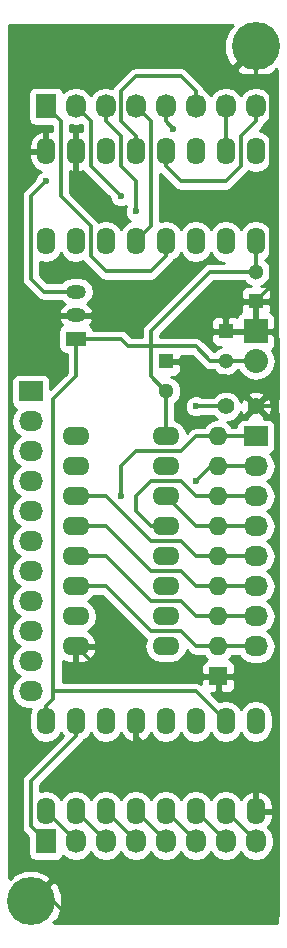
<source format=gbr>
G04 #@! TF.FileFunction,Copper,L2,Bot,Signal*
%FSLAX46Y46*%
G04 Gerber Fmt 4.6, Leading zero omitted, Abs format (unit mm)*
G04 Created by KiCad (PCBNEW 4.0.6+dfsg1-1) date Tue Oct 24 14:23:59 2017*
%MOMM*%
%LPD*%
G01*
G04 APERTURE LIST*
%ADD10C,0.050000*%
%ADD11O,1.600000X2.300000*%
%ADD12R,1.300000X1.300000*%
%ADD13C,1.300000*%
%ADD14R,1.727200X2.032000*%
%ADD15O,1.727200X2.032000*%
%ADD16R,1.700000X1.200000*%
%ADD17O,1.700000X1.200000*%
%ADD18R,2.032000X1.727200*%
%ADD19O,2.032000X1.727200*%
%ADD20R,2.032000X2.032000*%
%ADD21O,2.032000X2.032000*%
%ADD22C,1.397000*%
%ADD23C,4.064000*%
%ADD24O,2.300000X1.600000*%
%ADD25R,1.600000X1.600000*%
%ADD26O,1.600000X1.600000*%
%ADD27C,0.600000*%
%ADD28C,0.300000*%
%ADD29C,0.254000*%
G04 APERTURE END LIST*
D10*
D11*
X132080000Y-154940000D03*
X134620000Y-154940000D03*
X137160000Y-154940000D03*
X139700000Y-154940000D03*
X142240000Y-154940000D03*
X144780000Y-154940000D03*
X147320000Y-154940000D03*
X149860000Y-154940000D03*
X149860000Y-147320000D03*
X147320000Y-147320000D03*
X144780000Y-147320000D03*
X142240000Y-147320000D03*
X139700000Y-147320000D03*
X137160000Y-147320000D03*
X134620000Y-147320000D03*
X132080000Y-147320000D03*
D12*
X142240000Y-116840000D03*
D13*
X142240000Y-119340000D03*
D12*
X147320000Y-114300000D03*
D13*
X147320000Y-116800000D03*
D12*
X149860000Y-111760000D03*
D13*
X149860000Y-109260000D03*
D14*
X132080000Y-95250000D03*
D15*
X134620000Y-95250000D03*
X137160000Y-95250000D03*
X139700000Y-95250000D03*
X142240000Y-95250000D03*
X144780000Y-95250000D03*
X147320000Y-95250000D03*
X149860000Y-95250000D03*
D14*
X132080000Y-157480000D03*
D15*
X134620000Y-157480000D03*
X137160000Y-157480000D03*
X139700000Y-157480000D03*
X142240000Y-157480000D03*
X144780000Y-157480000D03*
X147320000Y-157480000D03*
X149860000Y-157480000D03*
D16*
X134620000Y-114935000D03*
D17*
X134620000Y-112935000D03*
X134620000Y-110935000D03*
D18*
X149860000Y-123190000D03*
D19*
X149860000Y-125730000D03*
X149860000Y-128270000D03*
X149860000Y-130810000D03*
X149860000Y-133350000D03*
X149860000Y-135890000D03*
X149860000Y-138430000D03*
X149860000Y-140970000D03*
D20*
X149860000Y-114300000D03*
D21*
X149860000Y-116840000D03*
D18*
X130810000Y-119380000D03*
D19*
X130810000Y-121920000D03*
X130810000Y-124460000D03*
X130810000Y-127000000D03*
X130810000Y-129540000D03*
X130810000Y-132080000D03*
X130810000Y-134620000D03*
X130810000Y-137160000D03*
X130810000Y-139700000D03*
X130810000Y-142240000D03*
X130810000Y-144780000D03*
D22*
X147320000Y-120650000D03*
X149860000Y-120650000D03*
D23*
X149860000Y-90170000D03*
X130810000Y-162560000D03*
D11*
X149860000Y-99060000D03*
X147320000Y-99060000D03*
X144780000Y-99060000D03*
X142240000Y-99060000D03*
X139700000Y-99060000D03*
X137160000Y-99060000D03*
X134620000Y-99060000D03*
X132080000Y-99060000D03*
X132080000Y-106680000D03*
X134620000Y-106680000D03*
X137160000Y-106680000D03*
X139700000Y-106680000D03*
X142240000Y-106680000D03*
X144780000Y-106680000D03*
X147320000Y-106680000D03*
X149860000Y-106680000D03*
D24*
X134620000Y-123190000D03*
X134620000Y-125730000D03*
X134620000Y-128270000D03*
X134620000Y-130810000D03*
X134620000Y-133350000D03*
X134620000Y-135890000D03*
X134620000Y-138430000D03*
X134620000Y-140970000D03*
X142240000Y-140970000D03*
X142240000Y-138430000D03*
X142240000Y-135890000D03*
X142240000Y-133350000D03*
X142240000Y-130810000D03*
X142240000Y-128270000D03*
X142240000Y-125730000D03*
X142240000Y-123190000D03*
D25*
X146685000Y-143510000D03*
D26*
X146685000Y-140970000D03*
X146685000Y-138430000D03*
X146685000Y-135890000D03*
X146685000Y-133350000D03*
X146685000Y-130810000D03*
X146685000Y-128270000D03*
X146685000Y-125730000D03*
X146685000Y-123190000D03*
D27*
X138430000Y-128270000D03*
X144780000Y-127000000D03*
X144780000Y-120650000D03*
X138430000Y-102870000D03*
X139700000Y-104140000D03*
X142875000Y-97155000D03*
X132080000Y-101600000D03*
D28*
X134620000Y-112935000D02*
X131350000Y-112935000D01*
X129540000Y-110490000D02*
X129540000Y-99060000D01*
X129540000Y-111125000D02*
X129540000Y-110490000D01*
X131350000Y-112935000D02*
X129540000Y-111125000D01*
X130810000Y-162560000D02*
X132715000Y-162560000D01*
X132715000Y-162560000D02*
X133985000Y-163830000D01*
X133985000Y-163830000D02*
X151765000Y-163830000D01*
X151765000Y-163830000D02*
X151765000Y-154940000D01*
X149860000Y-154940000D02*
X151765000Y-154940000D01*
X151765000Y-154940000D02*
X151765000Y-153035000D01*
X149860000Y-90170000D02*
X149860000Y-92710000D01*
X151765000Y-153035000D02*
X151765000Y-150495000D01*
X151765000Y-150495000D02*
X141605000Y-150495000D01*
X141605000Y-150495000D02*
X139700000Y-148590000D01*
X139700000Y-148590000D02*
X139700000Y-147320000D01*
X139700000Y-147320000D02*
X139700000Y-148590000D01*
X141605000Y-150495000D02*
X151765000Y-150495000D01*
X139700000Y-148590000D02*
X141605000Y-150495000D01*
X151765000Y-143510000D02*
X151765000Y-150495000D01*
X151765000Y-150495000D02*
X151765000Y-153035000D01*
X147320000Y-143510000D02*
X137160000Y-143510000D01*
X137160000Y-143510000D02*
X134620000Y-140970000D01*
X149860000Y-120650000D02*
X151130000Y-120650000D01*
X151130000Y-120650000D02*
X151765000Y-121285000D01*
X151765000Y-143510000D02*
X147320000Y-143510000D01*
X151765000Y-142875000D02*
X151765000Y-143510000D01*
X151765000Y-121285000D02*
X151765000Y-142875000D01*
X142240000Y-116840000D02*
X143510000Y-116840000D01*
X147320000Y-118110000D02*
X149860000Y-120650000D01*
X144780000Y-118110000D02*
X147320000Y-118110000D01*
X143510000Y-116840000D02*
X144780000Y-118110000D01*
X149860000Y-114300000D02*
X151130000Y-114300000D01*
X151765000Y-120015000D02*
X151130000Y-120650000D01*
X151765000Y-114935000D02*
X151765000Y-120015000D01*
X151130000Y-114300000D02*
X151765000Y-114935000D01*
X147320000Y-114300000D02*
X149860000Y-114300000D01*
X149860000Y-111760000D02*
X149860000Y-114300000D01*
X147360000Y-114300000D02*
X147320000Y-114340000D01*
X129540000Y-99060000D02*
X129540000Y-92710000D01*
X151130000Y-110490000D02*
X149860000Y-111760000D01*
X151130000Y-92710000D02*
X151130000Y-110490000D01*
X146050000Y-92710000D02*
X149860000Y-92710000D01*
X149860000Y-92710000D02*
X151130000Y-92710000D01*
X144780000Y-91440000D02*
X146050000Y-92710000D01*
X130810000Y-91440000D02*
X144780000Y-91440000D01*
X129540000Y-92710000D02*
X130810000Y-91440000D01*
X130810000Y-99060000D02*
X132080000Y-99060000D01*
X129540000Y-99060000D02*
X130810000Y-99060000D01*
X134620000Y-114935000D02*
X138430000Y-114935000D01*
X139065000Y-115570000D02*
X140970000Y-115570000D01*
X138430000Y-114935000D02*
X139065000Y-115570000D01*
X134620000Y-114935000D02*
X134620000Y-118110000D01*
X132715000Y-120015000D02*
X132715000Y-144780000D01*
X134620000Y-118110000D02*
X132715000Y-120015000D01*
X132715000Y-144780000D02*
X134620000Y-144780000D01*
X134620000Y-144780000D02*
X144780000Y-144780000D01*
X144780000Y-144780000D02*
X147320000Y-147320000D01*
X132080000Y-147320000D02*
X132080000Y-146050000D01*
X132715000Y-144780000D02*
X132715000Y-145415000D01*
X132080000Y-146050000D02*
X132715000Y-145415000D01*
X147320000Y-116800000D02*
X149820000Y-116800000D01*
X149820000Y-116800000D02*
X149860000Y-116840000D01*
X147320000Y-116800000D02*
X146010000Y-116800000D01*
X146010000Y-116800000D02*
X144780000Y-115570000D01*
X144780000Y-115570000D02*
X140970000Y-115570000D01*
X149860000Y-106680000D02*
X149860000Y-109260000D01*
X149860000Y-109260000D02*
X146010000Y-109260000D01*
X140970000Y-115570000D02*
X140970000Y-114300000D01*
X146010000Y-109260000D02*
X140970000Y-114300000D01*
X142240000Y-119340000D02*
X142200000Y-119340000D01*
X142200000Y-119340000D02*
X140970000Y-118110000D01*
X140970000Y-118110000D02*
X140970000Y-115570000D01*
X142240000Y-123190000D02*
X142240000Y-119340000D01*
X147320000Y-133350000D02*
X149860000Y-133350000D01*
X134620000Y-128270000D02*
X137160000Y-128270000D01*
X144780000Y-133350000D02*
X147320000Y-133350000D01*
X143510000Y-132080000D02*
X144780000Y-133350000D01*
X140970000Y-132080000D02*
X143510000Y-132080000D01*
X137160000Y-128270000D02*
X140970000Y-132080000D01*
X147320000Y-135890000D02*
X149860000Y-135890000D01*
X134620000Y-130810000D02*
X137160000Y-130810000D01*
X144780000Y-135890000D02*
X147320000Y-135890000D01*
X143510000Y-134620000D02*
X144780000Y-135890000D01*
X140970000Y-134620000D02*
X143510000Y-134620000D01*
X137160000Y-130810000D02*
X140970000Y-134620000D01*
X147320000Y-138430000D02*
X149860000Y-138430000D01*
X134620000Y-133350000D02*
X137160000Y-133350000D01*
X144780000Y-138430000D02*
X147320000Y-138430000D01*
X143510000Y-137160000D02*
X144780000Y-138430000D01*
X140970000Y-137160000D02*
X143510000Y-137160000D01*
X137160000Y-133350000D02*
X140970000Y-137160000D01*
X147320000Y-140970000D02*
X149860000Y-140970000D01*
X144780000Y-140970000D02*
X147320000Y-140970000D01*
X143510000Y-139700000D02*
X144780000Y-140970000D01*
X140970000Y-139700000D02*
X143510000Y-139700000D01*
X134620000Y-135890000D02*
X137160000Y-135890000D01*
X137160000Y-135890000D02*
X140970000Y-139700000D01*
X147320000Y-123190000D02*
X149860000Y-123190000D01*
X144780000Y-123190000D02*
X147320000Y-123190000D01*
X143510000Y-124460000D02*
X144780000Y-123190000D01*
X139700000Y-124460000D02*
X143510000Y-124460000D01*
X138430000Y-125730000D02*
X139700000Y-124460000D01*
X138430000Y-128270000D02*
X138430000Y-125730000D01*
X147320000Y-125730000D02*
X149860000Y-125730000D01*
X146050000Y-125730000D02*
X147320000Y-125730000D01*
X144780000Y-127000000D02*
X146050000Y-125730000D01*
X147320000Y-128270000D02*
X149860000Y-128270000D01*
X142240000Y-130810000D02*
X140970000Y-130810000D01*
X144780000Y-128270000D02*
X147320000Y-128270000D01*
X143510000Y-127000000D02*
X144780000Y-128270000D01*
X140970000Y-127000000D02*
X143510000Y-127000000D01*
X139700000Y-128270000D02*
X140970000Y-127000000D01*
X139700000Y-129540000D02*
X139700000Y-128270000D01*
X140970000Y-130810000D02*
X139700000Y-129540000D01*
X147320000Y-130810000D02*
X149860000Y-130810000D01*
X142240000Y-128270000D02*
X144780000Y-130810000D01*
X144780000Y-130810000D02*
X147320000Y-130810000D01*
X144780000Y-120650000D02*
X147320000Y-120650000D01*
X132080000Y-95250000D02*
X133350000Y-96520000D01*
X142240000Y-107950000D02*
X142240000Y-106680000D01*
X140970000Y-109220000D02*
X142240000Y-107950000D01*
X137160000Y-109220000D02*
X140970000Y-109220000D01*
X135890000Y-107950000D02*
X137160000Y-109220000D01*
X135890000Y-105410000D02*
X135890000Y-107950000D01*
X133350000Y-102870000D02*
X135890000Y-105410000D01*
X133350000Y-96520000D02*
X133350000Y-102870000D01*
X134620000Y-95250000D02*
X135890000Y-96520000D01*
X135890000Y-100330000D02*
X138430000Y-102870000D01*
X135890000Y-96520000D02*
X135890000Y-100330000D01*
X137160000Y-95250000D02*
X137160000Y-96520000D01*
X139700000Y-101600000D02*
X139700000Y-104140000D01*
X138430000Y-100330000D02*
X139700000Y-101600000D01*
X138430000Y-97790000D02*
X138430000Y-100330000D01*
X137160000Y-96520000D02*
X138430000Y-97790000D01*
X139700000Y-95250000D02*
X140970000Y-96520000D01*
X140970000Y-105410000D02*
X139700000Y-106680000D01*
X140970000Y-96520000D02*
X140970000Y-105410000D01*
X142240000Y-96520000D02*
X142240000Y-95250000D01*
X142875000Y-97155000D02*
X142240000Y-96520000D01*
X144780000Y-95250000D02*
X144780000Y-93980000D01*
X139700000Y-97790000D02*
X139700000Y-99060000D01*
X138430000Y-96520000D02*
X139700000Y-97790000D01*
X138430000Y-93980000D02*
X138430000Y-96520000D01*
X139700000Y-92710000D02*
X138430000Y-93980000D01*
X143510000Y-92710000D02*
X139700000Y-92710000D01*
X144780000Y-93980000D02*
X143510000Y-92710000D01*
X147320000Y-99060000D02*
X147320000Y-95250000D01*
X142240000Y-99060000D02*
X142240000Y-100330000D01*
X149860000Y-96520000D02*
X149860000Y-95250000D01*
X148590000Y-97790000D02*
X149860000Y-96520000D01*
X148590000Y-100330000D02*
X148590000Y-97790000D01*
X147320000Y-101600000D02*
X148590000Y-100330000D01*
X143510000Y-101600000D02*
X147320000Y-101600000D01*
X142240000Y-100330000D02*
X143510000Y-101600000D01*
X134620000Y-147320000D02*
X134620000Y-148590000D01*
X130810000Y-156210000D02*
X132080000Y-157480000D01*
X130810000Y-152400000D02*
X130810000Y-156210000D01*
X134620000Y-148590000D02*
X130810000Y-152400000D01*
X132080000Y-154940000D02*
X134620000Y-157480000D01*
X134620000Y-154940000D02*
X137160000Y-157480000D01*
X137160000Y-154940000D02*
X139700000Y-157480000D01*
X139700000Y-154940000D02*
X142240000Y-157480000D01*
X142240000Y-154940000D02*
X144780000Y-157480000D01*
X144780000Y-154940000D02*
X147320000Y-157480000D01*
X147320000Y-154940000D02*
X149860000Y-157480000D01*
X134620000Y-110935000D02*
X131890000Y-110935000D01*
X130810000Y-109220000D02*
X130810000Y-102870000D01*
X130810000Y-102870000D02*
X132080000Y-101600000D01*
X130810000Y-109855000D02*
X130810000Y-109220000D01*
X131890000Y-110935000D02*
X130810000Y-109855000D01*
D29*
G36*
X147961877Y-88451485D02*
X147587832Y-88676154D01*
X147189120Y-89659388D01*
X147197025Y-90720357D01*
X147587832Y-91663846D01*
X147961879Y-91888516D01*
X149680395Y-90170000D01*
X149666253Y-90155858D01*
X149845858Y-89976253D01*
X149860000Y-89990395D01*
X149874143Y-89976253D01*
X150053748Y-90155858D01*
X150039605Y-90170000D01*
X150053748Y-90184143D01*
X149874143Y-90363748D01*
X149860000Y-90349605D01*
X148141484Y-92068121D01*
X148366154Y-92442168D01*
X149349388Y-92840880D01*
X150410357Y-92832975D01*
X151353846Y-92442168D01*
X151578515Y-92068123D01*
X151690000Y-92179608D01*
X151690000Y-164390000D01*
X132819608Y-164390000D01*
X132708123Y-164278515D01*
X133082168Y-164053846D01*
X133480880Y-163070612D01*
X133472975Y-162009643D01*
X133082168Y-161066154D01*
X132708121Y-160841484D01*
X130989605Y-162560000D01*
X131003748Y-162574143D01*
X130824143Y-162753748D01*
X130810000Y-162739605D01*
X130795858Y-162753748D01*
X130616253Y-162574143D01*
X130630395Y-162560000D01*
X130616253Y-162545858D01*
X130795858Y-162366253D01*
X130810000Y-162380395D01*
X132528516Y-160661879D01*
X132303846Y-160287832D01*
X131320612Y-159889120D01*
X130259643Y-159897025D01*
X129316154Y-160287832D01*
X129091485Y-160661877D01*
X128980000Y-160550392D01*
X128980000Y-121920000D01*
X129126655Y-121920000D01*
X129240729Y-122493489D01*
X129565585Y-122979670D01*
X129880366Y-123190000D01*
X129565585Y-123400330D01*
X129240729Y-123886511D01*
X129126655Y-124460000D01*
X129240729Y-125033489D01*
X129565585Y-125519670D01*
X129880366Y-125730000D01*
X129565585Y-125940330D01*
X129240729Y-126426511D01*
X129126655Y-127000000D01*
X129240729Y-127573489D01*
X129565585Y-128059670D01*
X129880366Y-128270000D01*
X129565585Y-128480330D01*
X129240729Y-128966511D01*
X129126655Y-129540000D01*
X129240729Y-130113489D01*
X129565585Y-130599670D01*
X129880366Y-130810000D01*
X129565585Y-131020330D01*
X129240729Y-131506511D01*
X129126655Y-132080000D01*
X129240729Y-132653489D01*
X129565585Y-133139670D01*
X129880366Y-133350000D01*
X129565585Y-133560330D01*
X129240729Y-134046511D01*
X129126655Y-134620000D01*
X129240729Y-135193489D01*
X129565585Y-135679670D01*
X129880366Y-135890000D01*
X129565585Y-136100330D01*
X129240729Y-136586511D01*
X129126655Y-137160000D01*
X129240729Y-137733489D01*
X129565585Y-138219670D01*
X129880366Y-138430000D01*
X129565585Y-138640330D01*
X129240729Y-139126511D01*
X129126655Y-139700000D01*
X129240729Y-140273489D01*
X129565585Y-140759670D01*
X129880366Y-140970000D01*
X129565585Y-141180330D01*
X129240729Y-141666511D01*
X129126655Y-142240000D01*
X129240729Y-142813489D01*
X129565585Y-143299670D01*
X129880366Y-143510000D01*
X129565585Y-143720330D01*
X129240729Y-144206511D01*
X129126655Y-144780000D01*
X129240729Y-145353489D01*
X129565585Y-145839670D01*
X130051766Y-146164526D01*
X130625255Y-146278600D01*
X130825915Y-146278600D01*
X130754233Y-146385879D01*
X130645000Y-146935030D01*
X130645000Y-147704970D01*
X130754233Y-148254121D01*
X131065302Y-148719668D01*
X131530849Y-149030737D01*
X132080000Y-149139970D01*
X132629151Y-149030737D01*
X133094698Y-148719668D01*
X133350000Y-148337582D01*
X133515128Y-148584714D01*
X130254921Y-151844921D01*
X130084755Y-152099593D01*
X130084755Y-152099594D01*
X130025000Y-152400000D01*
X130025000Y-156210000D01*
X130084755Y-156510407D01*
X130254921Y-156765079D01*
X130568960Y-157079118D01*
X130568960Y-158496000D01*
X130613238Y-158731317D01*
X130752310Y-158947441D01*
X130964510Y-159092431D01*
X131216400Y-159143440D01*
X132943600Y-159143440D01*
X133178917Y-159099162D01*
X133395041Y-158960090D01*
X133540031Y-158747890D01*
X133548400Y-158706561D01*
X133560330Y-158724415D01*
X134046511Y-159049271D01*
X134620000Y-159163345D01*
X135193489Y-159049271D01*
X135679670Y-158724415D01*
X135890000Y-158409634D01*
X136100330Y-158724415D01*
X136586511Y-159049271D01*
X137160000Y-159163345D01*
X137733489Y-159049271D01*
X138219670Y-158724415D01*
X138430000Y-158409634D01*
X138640330Y-158724415D01*
X139126511Y-159049271D01*
X139700000Y-159163345D01*
X140273489Y-159049271D01*
X140759670Y-158724415D01*
X140970000Y-158409634D01*
X141180330Y-158724415D01*
X141666511Y-159049271D01*
X142240000Y-159163345D01*
X142813489Y-159049271D01*
X143299670Y-158724415D01*
X143510000Y-158409634D01*
X143720330Y-158724415D01*
X144206511Y-159049271D01*
X144780000Y-159163345D01*
X145353489Y-159049271D01*
X145839670Y-158724415D01*
X146050000Y-158409634D01*
X146260330Y-158724415D01*
X146746511Y-159049271D01*
X147320000Y-159163345D01*
X147893489Y-159049271D01*
X148379670Y-158724415D01*
X148590000Y-158409634D01*
X148800330Y-158724415D01*
X149286511Y-159049271D01*
X149860000Y-159163345D01*
X150433489Y-159049271D01*
X150919670Y-158724415D01*
X151244526Y-158238234D01*
X151358600Y-157664745D01*
X151358600Y-157295255D01*
X151244526Y-156721766D01*
X150919670Y-156235585D01*
X150915137Y-156232556D01*
X151137166Y-155956483D01*
X151295000Y-155417000D01*
X151295000Y-155067000D01*
X149987000Y-155067000D01*
X149987000Y-155087000D01*
X149733000Y-155087000D01*
X149733000Y-155067000D01*
X149713000Y-155067000D01*
X149713000Y-154813000D01*
X149733000Y-154813000D01*
X149733000Y-153320085D01*
X149987000Y-153320085D01*
X149987000Y-154813000D01*
X151295000Y-154813000D01*
X151295000Y-154463000D01*
X151137166Y-153923517D01*
X150784896Y-153485500D01*
X150291819Y-153215633D01*
X150209039Y-153198096D01*
X149987000Y-153320085D01*
X149733000Y-153320085D01*
X149510961Y-153198096D01*
X149428181Y-153215633D01*
X148935104Y-153485500D01*
X148587149Y-153918151D01*
X148334698Y-153540332D01*
X147869151Y-153229263D01*
X147320000Y-153120030D01*
X146770849Y-153229263D01*
X146305302Y-153540332D01*
X146050000Y-153922418D01*
X145794698Y-153540332D01*
X145329151Y-153229263D01*
X144780000Y-153120030D01*
X144230849Y-153229263D01*
X143765302Y-153540332D01*
X143510000Y-153922418D01*
X143254698Y-153540332D01*
X142789151Y-153229263D01*
X142240000Y-153120030D01*
X141690849Y-153229263D01*
X141225302Y-153540332D01*
X140970000Y-153922418D01*
X140714698Y-153540332D01*
X140249151Y-153229263D01*
X139700000Y-153120030D01*
X139150849Y-153229263D01*
X138685302Y-153540332D01*
X138430000Y-153922418D01*
X138174698Y-153540332D01*
X137709151Y-153229263D01*
X137160000Y-153120030D01*
X136610849Y-153229263D01*
X136145302Y-153540332D01*
X135890000Y-153922418D01*
X135634698Y-153540332D01*
X135169151Y-153229263D01*
X134620000Y-153120030D01*
X134070849Y-153229263D01*
X133605302Y-153540332D01*
X133350000Y-153922418D01*
X133094698Y-153540332D01*
X132629151Y-153229263D01*
X132080000Y-153120030D01*
X131595000Y-153216503D01*
X131595000Y-152725158D01*
X135175079Y-149145079D01*
X135317882Y-148931358D01*
X135634698Y-148719668D01*
X135890000Y-148337582D01*
X136145302Y-148719668D01*
X136610849Y-149030737D01*
X137160000Y-149139970D01*
X137709151Y-149030737D01*
X138174698Y-148719668D01*
X138427149Y-148341849D01*
X138775104Y-148774500D01*
X139268181Y-149044367D01*
X139350961Y-149061904D01*
X139573000Y-148939915D01*
X139573000Y-147447000D01*
X139553000Y-147447000D01*
X139553000Y-147193000D01*
X139573000Y-147193000D01*
X139573000Y-147173000D01*
X139827000Y-147173000D01*
X139827000Y-147193000D01*
X139847000Y-147193000D01*
X139847000Y-147447000D01*
X139827000Y-147447000D01*
X139827000Y-148939915D01*
X140049039Y-149061904D01*
X140131819Y-149044367D01*
X140624896Y-148774500D01*
X140972851Y-148341849D01*
X141225302Y-148719668D01*
X141690849Y-149030737D01*
X142240000Y-149139970D01*
X142789151Y-149030737D01*
X143254698Y-148719668D01*
X143510000Y-148337582D01*
X143765302Y-148719668D01*
X144230849Y-149030737D01*
X144780000Y-149139970D01*
X145329151Y-149030737D01*
X145794698Y-148719668D01*
X146050000Y-148337582D01*
X146305302Y-148719668D01*
X146770849Y-149030737D01*
X147320000Y-149139970D01*
X147869151Y-149030737D01*
X148334698Y-148719668D01*
X148590000Y-148337582D01*
X148845302Y-148719668D01*
X149310849Y-149030737D01*
X149860000Y-149139970D01*
X150409151Y-149030737D01*
X150874698Y-148719668D01*
X151185767Y-148254121D01*
X151295000Y-147704970D01*
X151295000Y-146935030D01*
X151185767Y-146385879D01*
X150874698Y-145920332D01*
X150409151Y-145609263D01*
X149860000Y-145500030D01*
X149310849Y-145609263D01*
X148845302Y-145920332D01*
X148590000Y-146302418D01*
X148334698Y-145920332D01*
X147869151Y-145609263D01*
X147320000Y-145500030D01*
X146770849Y-145609263D01*
X146740020Y-145629862D01*
X146055158Y-144945000D01*
X146399250Y-144945000D01*
X146558000Y-144786250D01*
X146558000Y-143637000D01*
X146812000Y-143637000D01*
X146812000Y-144786250D01*
X146970750Y-144945000D01*
X147611310Y-144945000D01*
X147844699Y-144848327D01*
X148023327Y-144669698D01*
X148120000Y-144436309D01*
X148120000Y-143795750D01*
X147961250Y-143637000D01*
X146812000Y-143637000D01*
X146558000Y-143637000D01*
X145408750Y-143637000D01*
X145250000Y-143795750D01*
X145250000Y-144168073D01*
X145080407Y-144054755D01*
X144780000Y-143995000D01*
X133500000Y-143995000D01*
X133500000Y-142163914D01*
X133603517Y-142247166D01*
X134143000Y-142405000D01*
X134493000Y-142405000D01*
X134493000Y-141097000D01*
X134747000Y-141097000D01*
X134747000Y-142405000D01*
X135097000Y-142405000D01*
X135636483Y-142247166D01*
X136074500Y-141894896D01*
X136344367Y-141401819D01*
X136361904Y-141319039D01*
X136239915Y-141097000D01*
X134747000Y-141097000D01*
X134493000Y-141097000D01*
X134473000Y-141097000D01*
X134473000Y-140843000D01*
X134493000Y-140843000D01*
X134493000Y-140823000D01*
X134747000Y-140823000D01*
X134747000Y-140843000D01*
X136239915Y-140843000D01*
X136361904Y-140620961D01*
X136344367Y-140538181D01*
X136074500Y-140045104D01*
X135641849Y-139697149D01*
X136019668Y-139444698D01*
X136330737Y-138979151D01*
X136439970Y-138430000D01*
X136330737Y-137880849D01*
X136019668Y-137415302D01*
X135637582Y-137160000D01*
X136019668Y-136904698D01*
X136173148Y-136675000D01*
X136834842Y-136675000D01*
X140414921Y-140255079D01*
X140570546Y-140359064D01*
X140529263Y-140420849D01*
X140420030Y-140970000D01*
X140529263Y-141519151D01*
X140840332Y-141984698D01*
X141305879Y-142295767D01*
X141855030Y-142405000D01*
X142624970Y-142405000D01*
X143174121Y-142295767D01*
X143639668Y-141984698D01*
X143950737Y-141519151D01*
X143995244Y-141295402D01*
X144224921Y-141525079D01*
X144479593Y-141695245D01*
X144780000Y-141755000D01*
X145498038Y-141755000D01*
X145670302Y-142012811D01*
X145763374Y-142075000D01*
X145758690Y-142075000D01*
X145525301Y-142171673D01*
X145346673Y-142350302D01*
X145250000Y-142583691D01*
X145250000Y-143224250D01*
X145408750Y-143383000D01*
X146558000Y-143383000D01*
X146558000Y-143363000D01*
X146812000Y-143363000D01*
X146812000Y-143383000D01*
X147961250Y-143383000D01*
X148120000Y-143224250D01*
X148120000Y-142583691D01*
X148023327Y-142350302D01*
X147844699Y-142171673D01*
X147611310Y-142075000D01*
X147606626Y-142075000D01*
X147699698Y-142012811D01*
X147871962Y-141755000D01*
X148432056Y-141755000D01*
X148615585Y-142029670D01*
X149101766Y-142354526D01*
X149675255Y-142468600D01*
X150044745Y-142468600D01*
X150618234Y-142354526D01*
X151104415Y-142029670D01*
X151429271Y-141543489D01*
X151543345Y-140970000D01*
X151429271Y-140396511D01*
X151104415Y-139910330D01*
X150789634Y-139700000D01*
X151104415Y-139489670D01*
X151429271Y-139003489D01*
X151543345Y-138430000D01*
X151429271Y-137856511D01*
X151104415Y-137370330D01*
X150789634Y-137160000D01*
X151104415Y-136949670D01*
X151429271Y-136463489D01*
X151543345Y-135890000D01*
X151429271Y-135316511D01*
X151104415Y-134830330D01*
X150789634Y-134620000D01*
X151104415Y-134409670D01*
X151429271Y-133923489D01*
X151543345Y-133350000D01*
X151429271Y-132776511D01*
X151104415Y-132290330D01*
X150789634Y-132080000D01*
X151104415Y-131869670D01*
X151429271Y-131383489D01*
X151543345Y-130810000D01*
X151429271Y-130236511D01*
X151104415Y-129750330D01*
X150789634Y-129540000D01*
X151104415Y-129329670D01*
X151429271Y-128843489D01*
X151543345Y-128270000D01*
X151429271Y-127696511D01*
X151104415Y-127210330D01*
X150789634Y-127000000D01*
X151104415Y-126789670D01*
X151429271Y-126303489D01*
X151543345Y-125730000D01*
X151429271Y-125156511D01*
X151104415Y-124670330D01*
X151090087Y-124660757D01*
X151111317Y-124656762D01*
X151327441Y-124517690D01*
X151472431Y-124305490D01*
X151523440Y-124053600D01*
X151523440Y-122326400D01*
X151479162Y-122091083D01*
X151340090Y-121874959D01*
X151127890Y-121729969D01*
X150876000Y-121678960D01*
X150589783Y-121678960D01*
X150614583Y-121584188D01*
X149860000Y-120829605D01*
X149105417Y-121584188D01*
X149130217Y-121678960D01*
X148844000Y-121678960D01*
X148608683Y-121723238D01*
X148392559Y-121862310D01*
X148247569Y-122074510D01*
X148196560Y-122326400D01*
X148196560Y-122405000D01*
X147871962Y-122405000D01*
X147699698Y-122147189D01*
X147454897Y-121983618D01*
X147584086Y-121983731D01*
X148074380Y-121781146D01*
X148449827Y-121406353D01*
X148583314Y-121084882D01*
X148690200Y-121342929D01*
X148925812Y-121404583D01*
X149680395Y-120650000D01*
X150039605Y-120650000D01*
X150794188Y-121404583D01*
X151029800Y-121342929D01*
X151205927Y-120842520D01*
X151177148Y-120312801D01*
X151029800Y-119957071D01*
X150794188Y-119895417D01*
X150039605Y-120650000D01*
X149680395Y-120650000D01*
X148925812Y-119895417D01*
X148690200Y-119957071D01*
X148591917Y-120236312D01*
X148451146Y-119895620D01*
X148271652Y-119715812D01*
X149105417Y-119715812D01*
X149860000Y-120470395D01*
X150614583Y-119715812D01*
X150552929Y-119480200D01*
X150052520Y-119304073D01*
X149522801Y-119332852D01*
X149167071Y-119480200D01*
X149105417Y-119715812D01*
X148271652Y-119715812D01*
X148076353Y-119520173D01*
X147586413Y-119316732D01*
X147055914Y-119316269D01*
X146565620Y-119518854D01*
X146218870Y-119865000D01*
X145317506Y-119865000D01*
X145310327Y-119857808D01*
X144966799Y-119715162D01*
X144594833Y-119714838D01*
X144251057Y-119856883D01*
X143987808Y-120119673D01*
X143845162Y-120463201D01*
X143844838Y-120835167D01*
X143986883Y-121178943D01*
X144249673Y-121442192D01*
X144593201Y-121584838D01*
X144965167Y-121585162D01*
X145308943Y-121443117D01*
X145317074Y-121435000D01*
X146219421Y-121435000D01*
X146539659Y-121755797D01*
X146135849Y-121836120D01*
X145670302Y-122147189D01*
X145498038Y-122405000D01*
X144780000Y-122405000D01*
X144479593Y-122464755D01*
X144224921Y-122634921D01*
X143995244Y-122864598D01*
X143950737Y-122640849D01*
X143639668Y-122175302D01*
X143174121Y-121864233D01*
X143025000Y-121834571D01*
X143025000Y-120372049D01*
X143328735Y-120068845D01*
X143524777Y-119596724D01*
X143525223Y-119085519D01*
X143330005Y-118613057D01*
X142968845Y-118251265D01*
X142664765Y-118125000D01*
X143016310Y-118125000D01*
X143249699Y-118028327D01*
X143428327Y-117849698D01*
X143525000Y-117616309D01*
X143525000Y-117125750D01*
X143366250Y-116967000D01*
X142367000Y-116967000D01*
X142367000Y-116987000D01*
X142113000Y-116987000D01*
X142113000Y-116967000D01*
X142093000Y-116967000D01*
X142093000Y-116713000D01*
X142113000Y-116713000D01*
X142113000Y-116693000D01*
X142367000Y-116693000D01*
X142367000Y-116713000D01*
X143366250Y-116713000D01*
X143525000Y-116554250D01*
X143525000Y-116355000D01*
X144454842Y-116355000D01*
X145454921Y-117355079D01*
X145709594Y-117525245D01*
X146010000Y-117585000D01*
X146287951Y-117585000D01*
X146591155Y-117888735D01*
X147063276Y-118084777D01*
X147574481Y-118085223D01*
X148046943Y-117890005D01*
X148352482Y-117585000D01*
X148377961Y-117585000D01*
X148660222Y-118007433D01*
X149195845Y-118365325D01*
X149827655Y-118491000D01*
X149892345Y-118491000D01*
X150524155Y-118365325D01*
X151059778Y-118007433D01*
X151417670Y-117471810D01*
X151543345Y-116840000D01*
X151417670Y-116208190D01*
X151193034Y-115871999D01*
X151235698Y-115854327D01*
X151414327Y-115675699D01*
X151511000Y-115442310D01*
X151511000Y-114585750D01*
X151352250Y-114427000D01*
X149987000Y-114427000D01*
X149987000Y-114447000D01*
X149733000Y-114447000D01*
X149733000Y-114427000D01*
X147447000Y-114427000D01*
X147447000Y-114447000D01*
X147193000Y-114447000D01*
X147193000Y-114427000D01*
X146193750Y-114427000D01*
X146035000Y-114585750D01*
X146035000Y-115076309D01*
X146131673Y-115309698D01*
X146310301Y-115488327D01*
X146543690Y-115585000D01*
X146895567Y-115585000D01*
X146593057Y-115709995D01*
X146311359Y-115991201D01*
X145335079Y-115014921D01*
X145080407Y-114844755D01*
X144780000Y-114785000D01*
X141755000Y-114785000D01*
X141755000Y-114625158D01*
X142856467Y-113523691D01*
X146035000Y-113523691D01*
X146035000Y-114014250D01*
X146193750Y-114173000D01*
X147193000Y-114173000D01*
X147193000Y-113173750D01*
X147447000Y-113173750D01*
X147447000Y-114173000D01*
X149733000Y-114173000D01*
X149733000Y-111887000D01*
X149987000Y-111887000D01*
X149987000Y-114173000D01*
X151352250Y-114173000D01*
X151511000Y-114014250D01*
X151511000Y-113157690D01*
X151414327Y-112924301D01*
X151235698Y-112745673D01*
X151084261Y-112682946D01*
X151145000Y-112536309D01*
X151145000Y-112045750D01*
X150986250Y-111887000D01*
X149987000Y-111887000D01*
X149733000Y-111887000D01*
X148733750Y-111887000D01*
X148575000Y-112045750D01*
X148575000Y-112536309D01*
X148635739Y-112682946D01*
X148484302Y-112745673D01*
X148305673Y-112924301D01*
X148242945Y-113075738D01*
X148096310Y-113015000D01*
X147605750Y-113015000D01*
X147447000Y-113173750D01*
X147193000Y-113173750D01*
X147034250Y-113015000D01*
X146543690Y-113015000D01*
X146310301Y-113111673D01*
X146131673Y-113290302D01*
X146035000Y-113523691D01*
X142856467Y-113523691D01*
X146335158Y-110045000D01*
X148827951Y-110045000D01*
X149131155Y-110348735D01*
X149435235Y-110475000D01*
X149083690Y-110475000D01*
X148850301Y-110571673D01*
X148671673Y-110750302D01*
X148575000Y-110983691D01*
X148575000Y-111474250D01*
X148733750Y-111633000D01*
X149733000Y-111633000D01*
X149733000Y-111613000D01*
X149987000Y-111613000D01*
X149987000Y-111633000D01*
X150986250Y-111633000D01*
X151145000Y-111474250D01*
X151145000Y-110983691D01*
X151048327Y-110750302D01*
X150869699Y-110571673D01*
X150636310Y-110475000D01*
X150284433Y-110475000D01*
X150586943Y-110350005D01*
X150948735Y-109988845D01*
X151144777Y-109516724D01*
X151145223Y-109005519D01*
X150950005Y-108533057D01*
X150648371Y-108230895D01*
X150874698Y-108079668D01*
X151185767Y-107614121D01*
X151295000Y-107064970D01*
X151295000Y-106295030D01*
X151185767Y-105745879D01*
X150874698Y-105280332D01*
X150409151Y-104969263D01*
X149860000Y-104860030D01*
X149310849Y-104969263D01*
X148845302Y-105280332D01*
X148590000Y-105662418D01*
X148334698Y-105280332D01*
X147869151Y-104969263D01*
X147320000Y-104860030D01*
X146770849Y-104969263D01*
X146305302Y-105280332D01*
X146050000Y-105662418D01*
X145794698Y-105280332D01*
X145329151Y-104969263D01*
X144780000Y-104860030D01*
X144230849Y-104969263D01*
X143765302Y-105280332D01*
X143510000Y-105662418D01*
X143254698Y-105280332D01*
X142789151Y-104969263D01*
X142240000Y-104860030D01*
X141755000Y-104956503D01*
X141755000Y-100955158D01*
X142954921Y-102155079D01*
X143209593Y-102325245D01*
X143510000Y-102385000D01*
X147320000Y-102385000D01*
X147620407Y-102325245D01*
X147875079Y-102155079D01*
X149145079Y-100885079D01*
X149249064Y-100729454D01*
X149310849Y-100770737D01*
X149860000Y-100879970D01*
X150409151Y-100770737D01*
X150874698Y-100459668D01*
X151185767Y-99994121D01*
X151295000Y-99444970D01*
X151295000Y-98675030D01*
X151185767Y-98125879D01*
X150874698Y-97660332D01*
X150409151Y-97349263D01*
X150185402Y-97304756D01*
X150415079Y-97075079D01*
X150585245Y-96820407D01*
X150608767Y-96702154D01*
X150919670Y-96494415D01*
X151244526Y-96008234D01*
X151358600Y-95434745D01*
X151358600Y-95065255D01*
X151244526Y-94491766D01*
X150919670Y-94005585D01*
X150433489Y-93680729D01*
X149860000Y-93566655D01*
X149286511Y-93680729D01*
X148800330Y-94005585D01*
X148590000Y-94320366D01*
X148379670Y-94005585D01*
X147893489Y-93680729D01*
X147320000Y-93566655D01*
X146746511Y-93680729D01*
X146260330Y-94005585D01*
X146050000Y-94320366D01*
X145839670Y-94005585D01*
X145528767Y-93797846D01*
X145505245Y-93679594D01*
X145505245Y-93679593D01*
X145335079Y-93424921D01*
X144065079Y-92154921D01*
X143810407Y-91984755D01*
X143510000Y-91925000D01*
X139700000Y-91925000D01*
X139399593Y-91984755D01*
X139144921Y-92154921D01*
X137874921Y-93424921D01*
X137707456Y-93675551D01*
X137160000Y-93566655D01*
X136586511Y-93680729D01*
X136100330Y-94005585D01*
X135890000Y-94320366D01*
X135679670Y-94005585D01*
X135193489Y-93680729D01*
X134620000Y-93566655D01*
X134046511Y-93680729D01*
X133560330Y-94005585D01*
X133550757Y-94019913D01*
X133546762Y-93998683D01*
X133407690Y-93782559D01*
X133195490Y-93637569D01*
X132943600Y-93586560D01*
X131216400Y-93586560D01*
X130981083Y-93630838D01*
X130764959Y-93769910D01*
X130619969Y-93982110D01*
X130568960Y-94234000D01*
X130568960Y-96266000D01*
X130613238Y-96501317D01*
X130752310Y-96717441D01*
X130964510Y-96862431D01*
X131216400Y-96913440D01*
X132565000Y-96913440D01*
X132565000Y-97364740D01*
X132511819Y-97335633D01*
X132429039Y-97318096D01*
X132207000Y-97440085D01*
X132207000Y-98933000D01*
X132227000Y-98933000D01*
X132227000Y-99187000D01*
X132207000Y-99187000D01*
X132207000Y-99207000D01*
X131953000Y-99207000D01*
X131953000Y-99187000D01*
X130645000Y-99187000D01*
X130645000Y-99537000D01*
X130802834Y-100076483D01*
X131155104Y-100514500D01*
X131629842Y-100774330D01*
X131551057Y-100806883D01*
X131287808Y-101069673D01*
X131145162Y-101413201D01*
X131145152Y-101424690D01*
X130254921Y-102314921D01*
X130084755Y-102569593D01*
X130084755Y-102569594D01*
X130025000Y-102870000D01*
X130025000Y-109855000D01*
X130084755Y-110155407D01*
X130254921Y-110410079D01*
X131334921Y-111490079D01*
X131589594Y-111660245D01*
X131890000Y-111720000D01*
X133408645Y-111720000D01*
X133467630Y-111808277D01*
X133660891Y-111937410D01*
X133438067Y-112105875D01*
X133191714Y-112525624D01*
X133176538Y-112617391D01*
X133301269Y-112808000D01*
X134493000Y-112808000D01*
X134493000Y-112788000D01*
X134747000Y-112788000D01*
X134747000Y-112808000D01*
X135938731Y-112808000D01*
X136063462Y-112617391D01*
X136048286Y-112525624D01*
X135801933Y-112105875D01*
X135579109Y-111937410D01*
X135772370Y-111808277D01*
X136040084Y-111407614D01*
X136134093Y-110935000D01*
X136040084Y-110462386D01*
X135772370Y-110061723D01*
X135371707Y-109794009D01*
X134899093Y-109700000D01*
X134340907Y-109700000D01*
X133868293Y-109794009D01*
X133467630Y-110061723D01*
X133408645Y-110150000D01*
X132215158Y-110150000D01*
X131595000Y-109529842D01*
X131595000Y-108403497D01*
X132080000Y-108499970D01*
X132629151Y-108390737D01*
X133094698Y-108079668D01*
X133350000Y-107697582D01*
X133605302Y-108079668D01*
X134070849Y-108390737D01*
X134620000Y-108499970D01*
X135169151Y-108390737D01*
X135230936Y-108349454D01*
X135334921Y-108505079D01*
X136604921Y-109775079D01*
X136859593Y-109945245D01*
X137160000Y-110005000D01*
X140970000Y-110005000D01*
X141270407Y-109945245D01*
X141525079Y-109775079D01*
X142795079Y-108505079D01*
X142937883Y-108291357D01*
X143254698Y-108079668D01*
X143510000Y-107697582D01*
X143765302Y-108079668D01*
X144230849Y-108390737D01*
X144780000Y-108499970D01*
X145329151Y-108390737D01*
X145794698Y-108079668D01*
X146050000Y-107697582D01*
X146305302Y-108079668D01*
X146770849Y-108390737D01*
X147194467Y-108475000D01*
X146010000Y-108475000D01*
X145709593Y-108534755D01*
X145454921Y-108704921D01*
X140414921Y-113744921D01*
X140244755Y-113999593D01*
X140244755Y-113999594D01*
X140185000Y-114300000D01*
X140185000Y-114785000D01*
X139390158Y-114785000D01*
X138985079Y-114379921D01*
X138730407Y-114209755D01*
X138430000Y-114150000D01*
X136082630Y-114150000D01*
X136073162Y-114099683D01*
X135934090Y-113883559D01*
X135781691Y-113779429D01*
X135801933Y-113764125D01*
X136048286Y-113344376D01*
X136063462Y-113252609D01*
X135938731Y-113062000D01*
X134747000Y-113062000D01*
X134747000Y-113082000D01*
X134493000Y-113082000D01*
X134493000Y-113062000D01*
X133301269Y-113062000D01*
X133176538Y-113252609D01*
X133191714Y-113344376D01*
X133438067Y-113764125D01*
X133459420Y-113780269D01*
X133318559Y-113870910D01*
X133173569Y-114083110D01*
X133122560Y-114335000D01*
X133122560Y-115535000D01*
X133166838Y-115770317D01*
X133305910Y-115986441D01*
X133518110Y-116131431D01*
X133770000Y-116182440D01*
X133835000Y-116182440D01*
X133835000Y-117784842D01*
X132473440Y-119146402D01*
X132473440Y-118516400D01*
X132429162Y-118281083D01*
X132290090Y-118064959D01*
X132077890Y-117919969D01*
X131826000Y-117868960D01*
X129794000Y-117868960D01*
X129558683Y-117913238D01*
X129342559Y-118052310D01*
X129197569Y-118264510D01*
X129146560Y-118516400D01*
X129146560Y-120243600D01*
X129190838Y-120478917D01*
X129329910Y-120695041D01*
X129542110Y-120840031D01*
X129583439Y-120848400D01*
X129565585Y-120860330D01*
X129240729Y-121346511D01*
X129126655Y-121920000D01*
X128980000Y-121920000D01*
X128980000Y-98583000D01*
X130645000Y-98583000D01*
X130645000Y-98933000D01*
X131953000Y-98933000D01*
X131953000Y-97440085D01*
X131730961Y-97318096D01*
X131648181Y-97335633D01*
X131155104Y-97605500D01*
X130802834Y-98043517D01*
X130645000Y-98583000D01*
X128980000Y-98583000D01*
X128980000Y-88340000D01*
X147850392Y-88340000D01*
X147961877Y-88451485D01*
X147961877Y-88451485D01*
G37*
X147961877Y-88451485D02*
X147587832Y-88676154D01*
X147189120Y-89659388D01*
X147197025Y-90720357D01*
X147587832Y-91663846D01*
X147961879Y-91888516D01*
X149680395Y-90170000D01*
X149666253Y-90155858D01*
X149845858Y-89976253D01*
X149860000Y-89990395D01*
X149874143Y-89976253D01*
X150053748Y-90155858D01*
X150039605Y-90170000D01*
X150053748Y-90184143D01*
X149874143Y-90363748D01*
X149860000Y-90349605D01*
X148141484Y-92068121D01*
X148366154Y-92442168D01*
X149349388Y-92840880D01*
X150410357Y-92832975D01*
X151353846Y-92442168D01*
X151578515Y-92068123D01*
X151690000Y-92179608D01*
X151690000Y-164390000D01*
X132819608Y-164390000D01*
X132708123Y-164278515D01*
X133082168Y-164053846D01*
X133480880Y-163070612D01*
X133472975Y-162009643D01*
X133082168Y-161066154D01*
X132708121Y-160841484D01*
X130989605Y-162560000D01*
X131003748Y-162574143D01*
X130824143Y-162753748D01*
X130810000Y-162739605D01*
X130795858Y-162753748D01*
X130616253Y-162574143D01*
X130630395Y-162560000D01*
X130616253Y-162545858D01*
X130795858Y-162366253D01*
X130810000Y-162380395D01*
X132528516Y-160661879D01*
X132303846Y-160287832D01*
X131320612Y-159889120D01*
X130259643Y-159897025D01*
X129316154Y-160287832D01*
X129091485Y-160661877D01*
X128980000Y-160550392D01*
X128980000Y-121920000D01*
X129126655Y-121920000D01*
X129240729Y-122493489D01*
X129565585Y-122979670D01*
X129880366Y-123190000D01*
X129565585Y-123400330D01*
X129240729Y-123886511D01*
X129126655Y-124460000D01*
X129240729Y-125033489D01*
X129565585Y-125519670D01*
X129880366Y-125730000D01*
X129565585Y-125940330D01*
X129240729Y-126426511D01*
X129126655Y-127000000D01*
X129240729Y-127573489D01*
X129565585Y-128059670D01*
X129880366Y-128270000D01*
X129565585Y-128480330D01*
X129240729Y-128966511D01*
X129126655Y-129540000D01*
X129240729Y-130113489D01*
X129565585Y-130599670D01*
X129880366Y-130810000D01*
X129565585Y-131020330D01*
X129240729Y-131506511D01*
X129126655Y-132080000D01*
X129240729Y-132653489D01*
X129565585Y-133139670D01*
X129880366Y-133350000D01*
X129565585Y-133560330D01*
X129240729Y-134046511D01*
X129126655Y-134620000D01*
X129240729Y-135193489D01*
X129565585Y-135679670D01*
X129880366Y-135890000D01*
X129565585Y-136100330D01*
X129240729Y-136586511D01*
X129126655Y-137160000D01*
X129240729Y-137733489D01*
X129565585Y-138219670D01*
X129880366Y-138430000D01*
X129565585Y-138640330D01*
X129240729Y-139126511D01*
X129126655Y-139700000D01*
X129240729Y-140273489D01*
X129565585Y-140759670D01*
X129880366Y-140970000D01*
X129565585Y-141180330D01*
X129240729Y-141666511D01*
X129126655Y-142240000D01*
X129240729Y-142813489D01*
X129565585Y-143299670D01*
X129880366Y-143510000D01*
X129565585Y-143720330D01*
X129240729Y-144206511D01*
X129126655Y-144780000D01*
X129240729Y-145353489D01*
X129565585Y-145839670D01*
X130051766Y-146164526D01*
X130625255Y-146278600D01*
X130825915Y-146278600D01*
X130754233Y-146385879D01*
X130645000Y-146935030D01*
X130645000Y-147704970D01*
X130754233Y-148254121D01*
X131065302Y-148719668D01*
X131530849Y-149030737D01*
X132080000Y-149139970D01*
X132629151Y-149030737D01*
X133094698Y-148719668D01*
X133350000Y-148337582D01*
X133515128Y-148584714D01*
X130254921Y-151844921D01*
X130084755Y-152099593D01*
X130084755Y-152099594D01*
X130025000Y-152400000D01*
X130025000Y-156210000D01*
X130084755Y-156510407D01*
X130254921Y-156765079D01*
X130568960Y-157079118D01*
X130568960Y-158496000D01*
X130613238Y-158731317D01*
X130752310Y-158947441D01*
X130964510Y-159092431D01*
X131216400Y-159143440D01*
X132943600Y-159143440D01*
X133178917Y-159099162D01*
X133395041Y-158960090D01*
X133540031Y-158747890D01*
X133548400Y-158706561D01*
X133560330Y-158724415D01*
X134046511Y-159049271D01*
X134620000Y-159163345D01*
X135193489Y-159049271D01*
X135679670Y-158724415D01*
X135890000Y-158409634D01*
X136100330Y-158724415D01*
X136586511Y-159049271D01*
X137160000Y-159163345D01*
X137733489Y-159049271D01*
X138219670Y-158724415D01*
X138430000Y-158409634D01*
X138640330Y-158724415D01*
X139126511Y-159049271D01*
X139700000Y-159163345D01*
X140273489Y-159049271D01*
X140759670Y-158724415D01*
X140970000Y-158409634D01*
X141180330Y-158724415D01*
X141666511Y-159049271D01*
X142240000Y-159163345D01*
X142813489Y-159049271D01*
X143299670Y-158724415D01*
X143510000Y-158409634D01*
X143720330Y-158724415D01*
X144206511Y-159049271D01*
X144780000Y-159163345D01*
X145353489Y-159049271D01*
X145839670Y-158724415D01*
X146050000Y-158409634D01*
X146260330Y-158724415D01*
X146746511Y-159049271D01*
X147320000Y-159163345D01*
X147893489Y-159049271D01*
X148379670Y-158724415D01*
X148590000Y-158409634D01*
X148800330Y-158724415D01*
X149286511Y-159049271D01*
X149860000Y-159163345D01*
X150433489Y-159049271D01*
X150919670Y-158724415D01*
X151244526Y-158238234D01*
X151358600Y-157664745D01*
X151358600Y-157295255D01*
X151244526Y-156721766D01*
X150919670Y-156235585D01*
X150915137Y-156232556D01*
X151137166Y-155956483D01*
X151295000Y-155417000D01*
X151295000Y-155067000D01*
X149987000Y-155067000D01*
X149987000Y-155087000D01*
X149733000Y-155087000D01*
X149733000Y-155067000D01*
X149713000Y-155067000D01*
X149713000Y-154813000D01*
X149733000Y-154813000D01*
X149733000Y-153320085D01*
X149987000Y-153320085D01*
X149987000Y-154813000D01*
X151295000Y-154813000D01*
X151295000Y-154463000D01*
X151137166Y-153923517D01*
X150784896Y-153485500D01*
X150291819Y-153215633D01*
X150209039Y-153198096D01*
X149987000Y-153320085D01*
X149733000Y-153320085D01*
X149510961Y-153198096D01*
X149428181Y-153215633D01*
X148935104Y-153485500D01*
X148587149Y-153918151D01*
X148334698Y-153540332D01*
X147869151Y-153229263D01*
X147320000Y-153120030D01*
X146770849Y-153229263D01*
X146305302Y-153540332D01*
X146050000Y-153922418D01*
X145794698Y-153540332D01*
X145329151Y-153229263D01*
X144780000Y-153120030D01*
X144230849Y-153229263D01*
X143765302Y-153540332D01*
X143510000Y-153922418D01*
X143254698Y-153540332D01*
X142789151Y-153229263D01*
X142240000Y-153120030D01*
X141690849Y-153229263D01*
X141225302Y-153540332D01*
X140970000Y-153922418D01*
X140714698Y-153540332D01*
X140249151Y-153229263D01*
X139700000Y-153120030D01*
X139150849Y-153229263D01*
X138685302Y-153540332D01*
X138430000Y-153922418D01*
X138174698Y-153540332D01*
X137709151Y-153229263D01*
X137160000Y-153120030D01*
X136610849Y-153229263D01*
X136145302Y-153540332D01*
X135890000Y-153922418D01*
X135634698Y-153540332D01*
X135169151Y-153229263D01*
X134620000Y-153120030D01*
X134070849Y-153229263D01*
X133605302Y-153540332D01*
X133350000Y-153922418D01*
X133094698Y-153540332D01*
X132629151Y-153229263D01*
X132080000Y-153120030D01*
X131595000Y-153216503D01*
X131595000Y-152725158D01*
X135175079Y-149145079D01*
X135317882Y-148931358D01*
X135634698Y-148719668D01*
X135890000Y-148337582D01*
X136145302Y-148719668D01*
X136610849Y-149030737D01*
X137160000Y-149139970D01*
X137709151Y-149030737D01*
X138174698Y-148719668D01*
X138427149Y-148341849D01*
X138775104Y-148774500D01*
X139268181Y-149044367D01*
X139350961Y-149061904D01*
X139573000Y-148939915D01*
X139573000Y-147447000D01*
X139553000Y-147447000D01*
X139553000Y-147193000D01*
X139573000Y-147193000D01*
X139573000Y-147173000D01*
X139827000Y-147173000D01*
X139827000Y-147193000D01*
X139847000Y-147193000D01*
X139847000Y-147447000D01*
X139827000Y-147447000D01*
X139827000Y-148939915D01*
X140049039Y-149061904D01*
X140131819Y-149044367D01*
X140624896Y-148774500D01*
X140972851Y-148341849D01*
X141225302Y-148719668D01*
X141690849Y-149030737D01*
X142240000Y-149139970D01*
X142789151Y-149030737D01*
X143254698Y-148719668D01*
X143510000Y-148337582D01*
X143765302Y-148719668D01*
X144230849Y-149030737D01*
X144780000Y-149139970D01*
X145329151Y-149030737D01*
X145794698Y-148719668D01*
X146050000Y-148337582D01*
X146305302Y-148719668D01*
X146770849Y-149030737D01*
X147320000Y-149139970D01*
X147869151Y-149030737D01*
X148334698Y-148719668D01*
X148590000Y-148337582D01*
X148845302Y-148719668D01*
X149310849Y-149030737D01*
X149860000Y-149139970D01*
X150409151Y-149030737D01*
X150874698Y-148719668D01*
X151185767Y-148254121D01*
X151295000Y-147704970D01*
X151295000Y-146935030D01*
X151185767Y-146385879D01*
X150874698Y-145920332D01*
X150409151Y-145609263D01*
X149860000Y-145500030D01*
X149310849Y-145609263D01*
X148845302Y-145920332D01*
X148590000Y-146302418D01*
X148334698Y-145920332D01*
X147869151Y-145609263D01*
X147320000Y-145500030D01*
X146770849Y-145609263D01*
X146740020Y-145629862D01*
X146055158Y-144945000D01*
X146399250Y-144945000D01*
X146558000Y-144786250D01*
X146558000Y-143637000D01*
X146812000Y-143637000D01*
X146812000Y-144786250D01*
X146970750Y-144945000D01*
X147611310Y-144945000D01*
X147844699Y-144848327D01*
X148023327Y-144669698D01*
X148120000Y-144436309D01*
X148120000Y-143795750D01*
X147961250Y-143637000D01*
X146812000Y-143637000D01*
X146558000Y-143637000D01*
X145408750Y-143637000D01*
X145250000Y-143795750D01*
X145250000Y-144168073D01*
X145080407Y-144054755D01*
X144780000Y-143995000D01*
X133500000Y-143995000D01*
X133500000Y-142163914D01*
X133603517Y-142247166D01*
X134143000Y-142405000D01*
X134493000Y-142405000D01*
X134493000Y-141097000D01*
X134747000Y-141097000D01*
X134747000Y-142405000D01*
X135097000Y-142405000D01*
X135636483Y-142247166D01*
X136074500Y-141894896D01*
X136344367Y-141401819D01*
X136361904Y-141319039D01*
X136239915Y-141097000D01*
X134747000Y-141097000D01*
X134493000Y-141097000D01*
X134473000Y-141097000D01*
X134473000Y-140843000D01*
X134493000Y-140843000D01*
X134493000Y-140823000D01*
X134747000Y-140823000D01*
X134747000Y-140843000D01*
X136239915Y-140843000D01*
X136361904Y-140620961D01*
X136344367Y-140538181D01*
X136074500Y-140045104D01*
X135641849Y-139697149D01*
X136019668Y-139444698D01*
X136330737Y-138979151D01*
X136439970Y-138430000D01*
X136330737Y-137880849D01*
X136019668Y-137415302D01*
X135637582Y-137160000D01*
X136019668Y-136904698D01*
X136173148Y-136675000D01*
X136834842Y-136675000D01*
X140414921Y-140255079D01*
X140570546Y-140359064D01*
X140529263Y-140420849D01*
X140420030Y-140970000D01*
X140529263Y-141519151D01*
X140840332Y-141984698D01*
X141305879Y-142295767D01*
X141855030Y-142405000D01*
X142624970Y-142405000D01*
X143174121Y-142295767D01*
X143639668Y-141984698D01*
X143950737Y-141519151D01*
X143995244Y-141295402D01*
X144224921Y-141525079D01*
X144479593Y-141695245D01*
X144780000Y-141755000D01*
X145498038Y-141755000D01*
X145670302Y-142012811D01*
X145763374Y-142075000D01*
X145758690Y-142075000D01*
X145525301Y-142171673D01*
X145346673Y-142350302D01*
X145250000Y-142583691D01*
X145250000Y-143224250D01*
X145408750Y-143383000D01*
X146558000Y-143383000D01*
X146558000Y-143363000D01*
X146812000Y-143363000D01*
X146812000Y-143383000D01*
X147961250Y-143383000D01*
X148120000Y-143224250D01*
X148120000Y-142583691D01*
X148023327Y-142350302D01*
X147844699Y-142171673D01*
X147611310Y-142075000D01*
X147606626Y-142075000D01*
X147699698Y-142012811D01*
X147871962Y-141755000D01*
X148432056Y-141755000D01*
X148615585Y-142029670D01*
X149101766Y-142354526D01*
X149675255Y-142468600D01*
X150044745Y-142468600D01*
X150618234Y-142354526D01*
X151104415Y-142029670D01*
X151429271Y-141543489D01*
X151543345Y-140970000D01*
X151429271Y-140396511D01*
X151104415Y-139910330D01*
X150789634Y-139700000D01*
X151104415Y-139489670D01*
X151429271Y-139003489D01*
X151543345Y-138430000D01*
X151429271Y-137856511D01*
X151104415Y-137370330D01*
X150789634Y-137160000D01*
X151104415Y-136949670D01*
X151429271Y-136463489D01*
X151543345Y-135890000D01*
X151429271Y-135316511D01*
X151104415Y-134830330D01*
X150789634Y-134620000D01*
X151104415Y-134409670D01*
X151429271Y-133923489D01*
X151543345Y-133350000D01*
X151429271Y-132776511D01*
X151104415Y-132290330D01*
X150789634Y-132080000D01*
X151104415Y-131869670D01*
X151429271Y-131383489D01*
X151543345Y-130810000D01*
X151429271Y-130236511D01*
X151104415Y-129750330D01*
X150789634Y-129540000D01*
X151104415Y-129329670D01*
X151429271Y-128843489D01*
X151543345Y-128270000D01*
X151429271Y-127696511D01*
X151104415Y-127210330D01*
X150789634Y-127000000D01*
X151104415Y-126789670D01*
X151429271Y-126303489D01*
X151543345Y-125730000D01*
X151429271Y-125156511D01*
X151104415Y-124670330D01*
X151090087Y-124660757D01*
X151111317Y-124656762D01*
X151327441Y-124517690D01*
X151472431Y-124305490D01*
X151523440Y-124053600D01*
X151523440Y-122326400D01*
X151479162Y-122091083D01*
X151340090Y-121874959D01*
X151127890Y-121729969D01*
X150876000Y-121678960D01*
X150589783Y-121678960D01*
X150614583Y-121584188D01*
X149860000Y-120829605D01*
X149105417Y-121584188D01*
X149130217Y-121678960D01*
X148844000Y-121678960D01*
X148608683Y-121723238D01*
X148392559Y-121862310D01*
X148247569Y-122074510D01*
X148196560Y-122326400D01*
X148196560Y-122405000D01*
X147871962Y-122405000D01*
X147699698Y-122147189D01*
X147454897Y-121983618D01*
X147584086Y-121983731D01*
X148074380Y-121781146D01*
X148449827Y-121406353D01*
X148583314Y-121084882D01*
X148690200Y-121342929D01*
X148925812Y-121404583D01*
X149680395Y-120650000D01*
X150039605Y-120650000D01*
X150794188Y-121404583D01*
X151029800Y-121342929D01*
X151205927Y-120842520D01*
X151177148Y-120312801D01*
X151029800Y-119957071D01*
X150794188Y-119895417D01*
X150039605Y-120650000D01*
X149680395Y-120650000D01*
X148925812Y-119895417D01*
X148690200Y-119957071D01*
X148591917Y-120236312D01*
X148451146Y-119895620D01*
X148271652Y-119715812D01*
X149105417Y-119715812D01*
X149860000Y-120470395D01*
X150614583Y-119715812D01*
X150552929Y-119480200D01*
X150052520Y-119304073D01*
X149522801Y-119332852D01*
X149167071Y-119480200D01*
X149105417Y-119715812D01*
X148271652Y-119715812D01*
X148076353Y-119520173D01*
X147586413Y-119316732D01*
X147055914Y-119316269D01*
X146565620Y-119518854D01*
X146218870Y-119865000D01*
X145317506Y-119865000D01*
X145310327Y-119857808D01*
X144966799Y-119715162D01*
X144594833Y-119714838D01*
X144251057Y-119856883D01*
X143987808Y-120119673D01*
X143845162Y-120463201D01*
X143844838Y-120835167D01*
X143986883Y-121178943D01*
X144249673Y-121442192D01*
X144593201Y-121584838D01*
X144965167Y-121585162D01*
X145308943Y-121443117D01*
X145317074Y-121435000D01*
X146219421Y-121435000D01*
X146539659Y-121755797D01*
X146135849Y-121836120D01*
X145670302Y-122147189D01*
X145498038Y-122405000D01*
X144780000Y-122405000D01*
X144479593Y-122464755D01*
X144224921Y-122634921D01*
X143995244Y-122864598D01*
X143950737Y-122640849D01*
X143639668Y-122175302D01*
X143174121Y-121864233D01*
X143025000Y-121834571D01*
X143025000Y-120372049D01*
X143328735Y-120068845D01*
X143524777Y-119596724D01*
X143525223Y-119085519D01*
X143330005Y-118613057D01*
X142968845Y-118251265D01*
X142664765Y-118125000D01*
X143016310Y-118125000D01*
X143249699Y-118028327D01*
X143428327Y-117849698D01*
X143525000Y-117616309D01*
X143525000Y-117125750D01*
X143366250Y-116967000D01*
X142367000Y-116967000D01*
X142367000Y-116987000D01*
X142113000Y-116987000D01*
X142113000Y-116967000D01*
X142093000Y-116967000D01*
X142093000Y-116713000D01*
X142113000Y-116713000D01*
X142113000Y-116693000D01*
X142367000Y-116693000D01*
X142367000Y-116713000D01*
X143366250Y-116713000D01*
X143525000Y-116554250D01*
X143525000Y-116355000D01*
X144454842Y-116355000D01*
X145454921Y-117355079D01*
X145709594Y-117525245D01*
X146010000Y-117585000D01*
X146287951Y-117585000D01*
X146591155Y-117888735D01*
X147063276Y-118084777D01*
X147574481Y-118085223D01*
X148046943Y-117890005D01*
X148352482Y-117585000D01*
X148377961Y-117585000D01*
X148660222Y-118007433D01*
X149195845Y-118365325D01*
X149827655Y-118491000D01*
X149892345Y-118491000D01*
X150524155Y-118365325D01*
X151059778Y-118007433D01*
X151417670Y-117471810D01*
X151543345Y-116840000D01*
X151417670Y-116208190D01*
X151193034Y-115871999D01*
X151235698Y-115854327D01*
X151414327Y-115675699D01*
X151511000Y-115442310D01*
X151511000Y-114585750D01*
X151352250Y-114427000D01*
X149987000Y-114427000D01*
X149987000Y-114447000D01*
X149733000Y-114447000D01*
X149733000Y-114427000D01*
X147447000Y-114427000D01*
X147447000Y-114447000D01*
X147193000Y-114447000D01*
X147193000Y-114427000D01*
X146193750Y-114427000D01*
X146035000Y-114585750D01*
X146035000Y-115076309D01*
X146131673Y-115309698D01*
X146310301Y-115488327D01*
X146543690Y-115585000D01*
X146895567Y-115585000D01*
X146593057Y-115709995D01*
X146311359Y-115991201D01*
X145335079Y-115014921D01*
X145080407Y-114844755D01*
X144780000Y-114785000D01*
X141755000Y-114785000D01*
X141755000Y-114625158D01*
X142856467Y-113523691D01*
X146035000Y-113523691D01*
X146035000Y-114014250D01*
X146193750Y-114173000D01*
X147193000Y-114173000D01*
X147193000Y-113173750D01*
X147447000Y-113173750D01*
X147447000Y-114173000D01*
X149733000Y-114173000D01*
X149733000Y-111887000D01*
X149987000Y-111887000D01*
X149987000Y-114173000D01*
X151352250Y-114173000D01*
X151511000Y-114014250D01*
X151511000Y-113157690D01*
X151414327Y-112924301D01*
X151235698Y-112745673D01*
X151084261Y-112682946D01*
X151145000Y-112536309D01*
X151145000Y-112045750D01*
X150986250Y-111887000D01*
X149987000Y-111887000D01*
X149733000Y-111887000D01*
X148733750Y-111887000D01*
X148575000Y-112045750D01*
X148575000Y-112536309D01*
X148635739Y-112682946D01*
X148484302Y-112745673D01*
X148305673Y-112924301D01*
X148242945Y-113075738D01*
X148096310Y-113015000D01*
X147605750Y-113015000D01*
X147447000Y-113173750D01*
X147193000Y-113173750D01*
X147034250Y-113015000D01*
X146543690Y-113015000D01*
X146310301Y-113111673D01*
X146131673Y-113290302D01*
X146035000Y-113523691D01*
X142856467Y-113523691D01*
X146335158Y-110045000D01*
X148827951Y-110045000D01*
X149131155Y-110348735D01*
X149435235Y-110475000D01*
X149083690Y-110475000D01*
X148850301Y-110571673D01*
X148671673Y-110750302D01*
X148575000Y-110983691D01*
X148575000Y-111474250D01*
X148733750Y-111633000D01*
X149733000Y-111633000D01*
X149733000Y-111613000D01*
X149987000Y-111613000D01*
X149987000Y-111633000D01*
X150986250Y-111633000D01*
X151145000Y-111474250D01*
X151145000Y-110983691D01*
X151048327Y-110750302D01*
X150869699Y-110571673D01*
X150636310Y-110475000D01*
X150284433Y-110475000D01*
X150586943Y-110350005D01*
X150948735Y-109988845D01*
X151144777Y-109516724D01*
X151145223Y-109005519D01*
X150950005Y-108533057D01*
X150648371Y-108230895D01*
X150874698Y-108079668D01*
X151185767Y-107614121D01*
X151295000Y-107064970D01*
X151295000Y-106295030D01*
X151185767Y-105745879D01*
X150874698Y-105280332D01*
X150409151Y-104969263D01*
X149860000Y-104860030D01*
X149310849Y-104969263D01*
X148845302Y-105280332D01*
X148590000Y-105662418D01*
X148334698Y-105280332D01*
X147869151Y-104969263D01*
X147320000Y-104860030D01*
X146770849Y-104969263D01*
X146305302Y-105280332D01*
X146050000Y-105662418D01*
X145794698Y-105280332D01*
X145329151Y-104969263D01*
X144780000Y-104860030D01*
X144230849Y-104969263D01*
X143765302Y-105280332D01*
X143510000Y-105662418D01*
X143254698Y-105280332D01*
X142789151Y-104969263D01*
X142240000Y-104860030D01*
X141755000Y-104956503D01*
X141755000Y-100955158D01*
X142954921Y-102155079D01*
X143209593Y-102325245D01*
X143510000Y-102385000D01*
X147320000Y-102385000D01*
X147620407Y-102325245D01*
X147875079Y-102155079D01*
X149145079Y-100885079D01*
X149249064Y-100729454D01*
X149310849Y-100770737D01*
X149860000Y-100879970D01*
X150409151Y-100770737D01*
X150874698Y-100459668D01*
X151185767Y-99994121D01*
X151295000Y-99444970D01*
X151295000Y-98675030D01*
X151185767Y-98125879D01*
X150874698Y-97660332D01*
X150409151Y-97349263D01*
X150185402Y-97304756D01*
X150415079Y-97075079D01*
X150585245Y-96820407D01*
X150608767Y-96702154D01*
X150919670Y-96494415D01*
X151244526Y-96008234D01*
X151358600Y-95434745D01*
X151358600Y-95065255D01*
X151244526Y-94491766D01*
X150919670Y-94005585D01*
X150433489Y-93680729D01*
X149860000Y-93566655D01*
X149286511Y-93680729D01*
X148800330Y-94005585D01*
X148590000Y-94320366D01*
X148379670Y-94005585D01*
X147893489Y-93680729D01*
X147320000Y-93566655D01*
X146746511Y-93680729D01*
X146260330Y-94005585D01*
X146050000Y-94320366D01*
X145839670Y-94005585D01*
X145528767Y-93797846D01*
X145505245Y-93679594D01*
X145505245Y-93679593D01*
X145335079Y-93424921D01*
X144065079Y-92154921D01*
X143810407Y-91984755D01*
X143510000Y-91925000D01*
X139700000Y-91925000D01*
X139399593Y-91984755D01*
X139144921Y-92154921D01*
X137874921Y-93424921D01*
X137707456Y-93675551D01*
X137160000Y-93566655D01*
X136586511Y-93680729D01*
X136100330Y-94005585D01*
X135890000Y-94320366D01*
X135679670Y-94005585D01*
X135193489Y-93680729D01*
X134620000Y-93566655D01*
X134046511Y-93680729D01*
X133560330Y-94005585D01*
X133550757Y-94019913D01*
X133546762Y-93998683D01*
X133407690Y-93782559D01*
X133195490Y-93637569D01*
X132943600Y-93586560D01*
X131216400Y-93586560D01*
X130981083Y-93630838D01*
X130764959Y-93769910D01*
X130619969Y-93982110D01*
X130568960Y-94234000D01*
X130568960Y-96266000D01*
X130613238Y-96501317D01*
X130752310Y-96717441D01*
X130964510Y-96862431D01*
X131216400Y-96913440D01*
X132565000Y-96913440D01*
X132565000Y-97364740D01*
X132511819Y-97335633D01*
X132429039Y-97318096D01*
X132207000Y-97440085D01*
X132207000Y-98933000D01*
X132227000Y-98933000D01*
X132227000Y-99187000D01*
X132207000Y-99187000D01*
X132207000Y-99207000D01*
X131953000Y-99207000D01*
X131953000Y-99187000D01*
X130645000Y-99187000D01*
X130645000Y-99537000D01*
X130802834Y-100076483D01*
X131155104Y-100514500D01*
X131629842Y-100774330D01*
X131551057Y-100806883D01*
X131287808Y-101069673D01*
X131145162Y-101413201D01*
X131145152Y-101424690D01*
X130254921Y-102314921D01*
X130084755Y-102569593D01*
X130084755Y-102569594D01*
X130025000Y-102870000D01*
X130025000Y-109855000D01*
X130084755Y-110155407D01*
X130254921Y-110410079D01*
X131334921Y-111490079D01*
X131589594Y-111660245D01*
X131890000Y-111720000D01*
X133408645Y-111720000D01*
X133467630Y-111808277D01*
X133660891Y-111937410D01*
X133438067Y-112105875D01*
X133191714Y-112525624D01*
X133176538Y-112617391D01*
X133301269Y-112808000D01*
X134493000Y-112808000D01*
X134493000Y-112788000D01*
X134747000Y-112788000D01*
X134747000Y-112808000D01*
X135938731Y-112808000D01*
X136063462Y-112617391D01*
X136048286Y-112525624D01*
X135801933Y-112105875D01*
X135579109Y-111937410D01*
X135772370Y-111808277D01*
X136040084Y-111407614D01*
X136134093Y-110935000D01*
X136040084Y-110462386D01*
X135772370Y-110061723D01*
X135371707Y-109794009D01*
X134899093Y-109700000D01*
X134340907Y-109700000D01*
X133868293Y-109794009D01*
X133467630Y-110061723D01*
X133408645Y-110150000D01*
X132215158Y-110150000D01*
X131595000Y-109529842D01*
X131595000Y-108403497D01*
X132080000Y-108499970D01*
X132629151Y-108390737D01*
X133094698Y-108079668D01*
X133350000Y-107697582D01*
X133605302Y-108079668D01*
X134070849Y-108390737D01*
X134620000Y-108499970D01*
X135169151Y-108390737D01*
X135230936Y-108349454D01*
X135334921Y-108505079D01*
X136604921Y-109775079D01*
X136859593Y-109945245D01*
X137160000Y-110005000D01*
X140970000Y-110005000D01*
X141270407Y-109945245D01*
X141525079Y-109775079D01*
X142795079Y-108505079D01*
X142937883Y-108291357D01*
X143254698Y-108079668D01*
X143510000Y-107697582D01*
X143765302Y-108079668D01*
X144230849Y-108390737D01*
X144780000Y-108499970D01*
X145329151Y-108390737D01*
X145794698Y-108079668D01*
X146050000Y-107697582D01*
X146305302Y-108079668D01*
X146770849Y-108390737D01*
X147194467Y-108475000D01*
X146010000Y-108475000D01*
X145709593Y-108534755D01*
X145454921Y-108704921D01*
X140414921Y-113744921D01*
X140244755Y-113999593D01*
X140244755Y-113999594D01*
X140185000Y-114300000D01*
X140185000Y-114785000D01*
X139390158Y-114785000D01*
X138985079Y-114379921D01*
X138730407Y-114209755D01*
X138430000Y-114150000D01*
X136082630Y-114150000D01*
X136073162Y-114099683D01*
X135934090Y-113883559D01*
X135781691Y-113779429D01*
X135801933Y-113764125D01*
X136048286Y-113344376D01*
X136063462Y-113252609D01*
X135938731Y-113062000D01*
X134747000Y-113062000D01*
X134747000Y-113082000D01*
X134493000Y-113082000D01*
X134493000Y-113062000D01*
X133301269Y-113062000D01*
X133176538Y-113252609D01*
X133191714Y-113344376D01*
X133438067Y-113764125D01*
X133459420Y-113780269D01*
X133318559Y-113870910D01*
X133173569Y-114083110D01*
X133122560Y-114335000D01*
X133122560Y-115535000D01*
X133166838Y-115770317D01*
X133305910Y-115986441D01*
X133518110Y-116131431D01*
X133770000Y-116182440D01*
X133835000Y-116182440D01*
X133835000Y-117784842D01*
X132473440Y-119146402D01*
X132473440Y-118516400D01*
X132429162Y-118281083D01*
X132290090Y-118064959D01*
X132077890Y-117919969D01*
X131826000Y-117868960D01*
X129794000Y-117868960D01*
X129558683Y-117913238D01*
X129342559Y-118052310D01*
X129197569Y-118264510D01*
X129146560Y-118516400D01*
X129146560Y-120243600D01*
X129190838Y-120478917D01*
X129329910Y-120695041D01*
X129542110Y-120840031D01*
X129583439Y-120848400D01*
X129565585Y-120860330D01*
X129240729Y-121346511D01*
X129126655Y-121920000D01*
X128980000Y-121920000D01*
X128980000Y-98583000D01*
X130645000Y-98583000D01*
X130645000Y-98933000D01*
X131953000Y-98933000D01*
X131953000Y-97440085D01*
X131730961Y-97318096D01*
X131648181Y-97335633D01*
X131155104Y-97605500D01*
X130802834Y-98043517D01*
X130645000Y-98583000D01*
X128980000Y-98583000D01*
X128980000Y-88340000D01*
X147850392Y-88340000D01*
X147961877Y-88451485D01*
G36*
X134620000Y-96933345D02*
X135098089Y-96838247D01*
X135105000Y-96845158D01*
X135105000Y-97364740D01*
X135051819Y-97335633D01*
X134969039Y-97318096D01*
X134747000Y-97440085D01*
X134747000Y-98933000D01*
X134767000Y-98933000D01*
X134767000Y-99187000D01*
X134747000Y-99187000D01*
X134747000Y-100679915D01*
X134969039Y-100801904D01*
X135051819Y-100784367D01*
X135209839Y-100697881D01*
X135334921Y-100885079D01*
X137494847Y-103045005D01*
X137494838Y-103055167D01*
X137636883Y-103398943D01*
X137899673Y-103662192D01*
X138243201Y-103804838D01*
X138615167Y-103805162D01*
X138870430Y-103699690D01*
X138765162Y-103953201D01*
X138764838Y-104325167D01*
X138906883Y-104668943D01*
X139169673Y-104932192D01*
X139223938Y-104954725D01*
X139150849Y-104969263D01*
X138685302Y-105280332D01*
X138430000Y-105662418D01*
X138174698Y-105280332D01*
X137709151Y-104969263D01*
X137160000Y-104860030D01*
X136610849Y-104969263D01*
X136549064Y-105010546D01*
X136445079Y-104854921D01*
X134135000Y-102544842D01*
X134135000Y-100755260D01*
X134188181Y-100784367D01*
X134270961Y-100801904D01*
X134493000Y-100679915D01*
X134493000Y-99187000D01*
X134473000Y-99187000D01*
X134473000Y-98933000D01*
X134493000Y-98933000D01*
X134493000Y-97440085D01*
X134270961Y-97318096D01*
X134188181Y-97335633D01*
X134135000Y-97364740D01*
X134135000Y-96836873D01*
X134620000Y-96933345D01*
X134620000Y-96933345D01*
G37*
X134620000Y-96933345D02*
X135098089Y-96838247D01*
X135105000Y-96845158D01*
X135105000Y-97364740D01*
X135051819Y-97335633D01*
X134969039Y-97318096D01*
X134747000Y-97440085D01*
X134747000Y-98933000D01*
X134767000Y-98933000D01*
X134767000Y-99187000D01*
X134747000Y-99187000D01*
X134747000Y-100679915D01*
X134969039Y-100801904D01*
X135051819Y-100784367D01*
X135209839Y-100697881D01*
X135334921Y-100885079D01*
X137494847Y-103045005D01*
X137494838Y-103055167D01*
X137636883Y-103398943D01*
X137899673Y-103662192D01*
X138243201Y-103804838D01*
X138615167Y-103805162D01*
X138870430Y-103699690D01*
X138765162Y-103953201D01*
X138764838Y-104325167D01*
X138906883Y-104668943D01*
X139169673Y-104932192D01*
X139223938Y-104954725D01*
X139150849Y-104969263D01*
X138685302Y-105280332D01*
X138430000Y-105662418D01*
X138174698Y-105280332D01*
X137709151Y-104969263D01*
X137160000Y-104860030D01*
X136610849Y-104969263D01*
X136549064Y-105010546D01*
X136445079Y-104854921D01*
X134135000Y-102544842D01*
X134135000Y-100755260D01*
X134188181Y-100784367D01*
X134270961Y-100801904D01*
X134493000Y-100679915D01*
X134493000Y-99187000D01*
X134473000Y-99187000D01*
X134473000Y-98933000D01*
X134493000Y-98933000D01*
X134493000Y-97440085D01*
X134270961Y-97318096D01*
X134188181Y-97335633D01*
X134135000Y-97364740D01*
X134135000Y-96836873D01*
X134620000Y-96933345D01*
G36*
X137287000Y-98933000D02*
X137307000Y-98933000D01*
X137307000Y-99187000D01*
X137287000Y-99187000D01*
X137287000Y-99207000D01*
X137033000Y-99207000D01*
X137033000Y-99187000D01*
X137013000Y-99187000D01*
X137013000Y-98933000D01*
X137033000Y-98933000D01*
X137033000Y-98913000D01*
X137287000Y-98913000D01*
X137287000Y-98933000D01*
X137287000Y-98933000D01*
G37*
X137287000Y-98933000D02*
X137307000Y-98933000D01*
X137307000Y-99187000D01*
X137287000Y-99187000D01*
X137287000Y-99207000D01*
X137033000Y-99207000D01*
X137033000Y-99187000D01*
X137013000Y-99187000D01*
X137013000Y-98933000D01*
X137033000Y-98933000D01*
X137033000Y-98913000D01*
X137287000Y-98913000D01*
X137287000Y-98933000D01*
M02*

</source>
